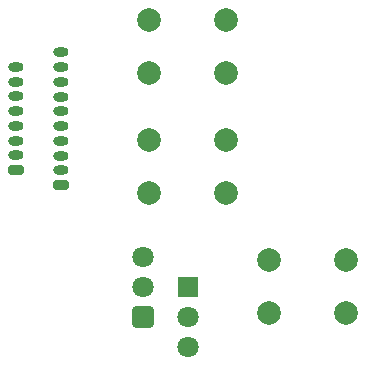
<source format=gbr>
%TF.GenerationSoftware,KiCad,Pcbnew,7.0.9*%
%TF.CreationDate,2023-12-18T23:10:01+09:00*%
%TF.ProjectId,ipad_osd_control,69706164-5f6f-4736-945f-636f6e74726f,1*%
%TF.SameCoordinates,Original*%
%TF.FileFunction,Soldermask,Bot*%
%TF.FilePolarity,Negative*%
%FSLAX46Y46*%
G04 Gerber Fmt 4.6, Leading zero omitted, Abs format (unit mm)*
G04 Created by KiCad (PCBNEW 7.0.9) date 2023-12-18 23:10:01*
%MOMM*%
%LPD*%
G01*
G04 APERTURE LIST*
G04 Aperture macros list*
%AMRoundRect*
0 Rectangle with rounded corners*
0 $1 Rounding radius*
0 $2 $3 $4 $5 $6 $7 $8 $9 X,Y pos of 4 corners*
0 Add a 4 corners polygon primitive as box body*
4,1,4,$2,$3,$4,$5,$6,$7,$8,$9,$2,$3,0*
0 Add four circle primitives for the rounded corners*
1,1,$1+$1,$2,$3*
1,1,$1+$1,$4,$5*
1,1,$1+$1,$6,$7*
1,1,$1+$1,$8,$9*
0 Add four rect primitives between the rounded corners*
20,1,$1+$1,$2,$3,$4,$5,0*
20,1,$1+$1,$4,$5,$6,$7,0*
20,1,$1+$1,$6,$7,$8,$9,0*
20,1,$1+$1,$8,$9,$2,$3,0*%
G04 Aperture macros list end*
%ADD10C,2.000000*%
%ADD11C,1.800000*%
%ADD12R,1.800000X1.800000*%
%ADD13O,1.300000X0.800000*%
%ADD14RoundRect,0.200000X0.450000X-0.200000X0.450000X0.200000X-0.450000X0.200000X-0.450000X-0.200000X0*%
%ADD15RoundRect,0.248400X0.651600X-0.651600X0.651600X0.651600X-0.651600X0.651600X-0.651600X-0.651600X0*%
G04 APERTURE END LIST*
D10*
%TO.C,SW2*%
X131520000Y-83530000D03*
X125020000Y-83530000D03*
X131520000Y-79030000D03*
X125020000Y-79030000D03*
%TD*%
%TO.C,SW3*%
X125020000Y-89190000D03*
X131520000Y-89190000D03*
X125020000Y-93690000D03*
X131520000Y-93690000D03*
%TD*%
%TO.C,SW1*%
X135180000Y-99350000D03*
X141680000Y-99350000D03*
X135180000Y-103850000D03*
X141680000Y-103850000D03*
%TD*%
D11*
%TO.C,D1*%
X128270000Y-106680000D03*
X128270000Y-104140000D03*
D12*
X128270000Y-101600000D03*
%TD*%
D13*
%TO.C,J2*%
X117576600Y-81756900D03*
X117576600Y-83006900D03*
X117576600Y-84256900D03*
X117576600Y-85506900D03*
X117576600Y-86756900D03*
X117576600Y-88006900D03*
X117576600Y-89256900D03*
X117576600Y-90506900D03*
X117576600Y-91756900D03*
D14*
X117576600Y-93006900D03*
%TD*%
D15*
%TO.C,U1*%
X124460000Y-104140000D03*
D11*
X124460000Y-101600000D03*
X124460000Y-99060000D03*
%TD*%
D14*
%TO.C,J1*%
X113766600Y-91736900D03*
D13*
X113766600Y-90486900D03*
X113766600Y-89236900D03*
X113766600Y-87986900D03*
X113766600Y-86736900D03*
X113766600Y-85486900D03*
X113766600Y-84236900D03*
X113766600Y-82986900D03*
%TD*%
M02*

</source>
